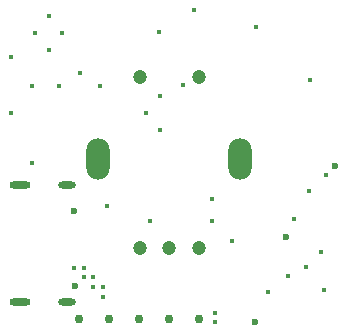
<source format=gbr>
%TF.GenerationSoftware,Altium Limited,Altium Designer,20.1.8 (145)*%
G04 Layer_Color=0*
%FSLAX44Y44*%
%MOMM*%
%TF.SameCoordinates,BF84AABB-580B-4B44-99C5-09E2CFC6D698*%
%TF.FilePolarity,Positive*%
%TF.FileFunction,Plated,1,2,PTH,Drill*%
%TF.Part,Single*%
G01*
G75*
%TA.AperFunction,ComponentDrill*%
%ADD69O,1.5000X0.6000*%
%ADD70O,1.8000X0.6000*%
%ADD71C,1.2000*%
%ADD72O,2.0000X3.5000*%
%ADD73C,0.7500*%
%TA.AperFunction,ViaDrill,NotFilled*%
%ADD74C,0.6000*%
%ADD75C,0.4000*%
D69*
X9913780Y9879000D02*
D03*
Y9978000D02*
D03*
D70*
X9873780D02*
D03*
Y9879000D02*
D03*
D71*
X10025000Y9925000D02*
D03*
X9975000D02*
D03*
X10000000D02*
D03*
X10025000Y10070000D02*
D03*
X9975000D02*
D03*
D72*
X9940000Y10000000D02*
D03*
X10060000D02*
D03*
D73*
X9923800Y9864742D02*
D03*
X9949200D02*
D03*
X9974600D02*
D03*
X10000000D02*
D03*
X10025400D02*
D03*
D74*
X10140500Y9994750D02*
D03*
X10099186Y9934218D02*
D03*
X10072990Y9861858D02*
D03*
X9920000Y9893000D02*
D03*
X9919250Y9956500D02*
D03*
D75*
X9991750Y10107724D02*
D03*
X10132533Y9986362D02*
D03*
X10119250Y10067250D02*
D03*
X10073750Y10111750D02*
D03*
X10020650Y10126148D02*
D03*
X9944125Y9883405D02*
D03*
Y9891686D02*
D03*
X9935844D02*
D03*
Y9899968D02*
D03*
X9927562D02*
D03*
Y9908250D02*
D03*
X9919280D02*
D03*
X10038948Y9870266D02*
D03*
X9884000Y9996750D02*
D03*
X9865750Y10039564D02*
D03*
X9884000Y10062500D02*
D03*
X9865750Y10086250D02*
D03*
X9886250Y10107000D02*
D03*
X9898000Y10092750D02*
D03*
X9909500Y10107250D02*
D03*
X9898000Y10121250D02*
D03*
X9941500Y10062500D02*
D03*
X9907000D02*
D03*
X9924250Y10073250D02*
D03*
X9992041Y10025250D02*
D03*
X9980750Y10039500D02*
D03*
X9992041Y10054000D02*
D03*
X10011500Y10063250D02*
D03*
X9947750Y9960355D02*
D03*
X9983750Y9947750D02*
D03*
X10053214Y9930750D02*
D03*
X10035821Y9948078D02*
D03*
X10036250Y9966500D02*
D03*
X10118030Y9972802D02*
D03*
X10105867Y9949818D02*
D03*
X10115618Y9908559D02*
D03*
X10128822Y9921805D02*
D03*
X10131119Y9889471D02*
D03*
X10100306Y9901236D02*
D03*
X10083326Y9887941D02*
D03*
X10038730Y9862325D02*
D03*
%TF.MD5,008e95dcf36900ac7084bbfdf6d96e01*%
M02*

</source>
